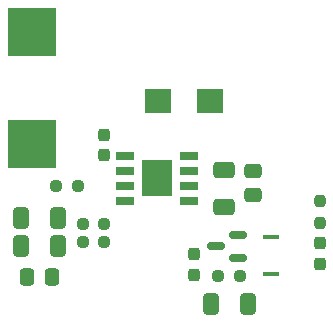
<source format=gbr>
%TF.GenerationSoftware,KiCad,Pcbnew,8.0.2*%
%TF.CreationDate,2024-05-06T11:08:46+09:00*%
%TF.ProjectId,5V-3A-BEC,35562d33-412d-4424-9543-2e6b69636164,0.1*%
%TF.SameCoordinates,Original*%
%TF.FileFunction,Paste,Top*%
%TF.FilePolarity,Positive*%
%FSLAX46Y46*%
G04 Gerber Fmt 4.6, Leading zero omitted, Abs format (unit mm)*
G04 Created by KiCad (PCBNEW 8.0.2) date 2024-05-06 11:08:46*
%MOMM*%
%LPD*%
G01*
G04 APERTURE LIST*
G04 Aperture macros list*
%AMRoundRect*
0 Rectangle with rounded corners*
0 $1 Rounding radius*
0 $2 $3 $4 $5 $6 $7 $8 $9 X,Y pos of 4 corners*
0 Add a 4 corners polygon primitive as box body*
4,1,4,$2,$3,$4,$5,$6,$7,$8,$9,$2,$3,0*
0 Add four circle primitives for the rounded corners*
1,1,$1+$1,$2,$3*
1,1,$1+$1,$4,$5*
1,1,$1+$1,$6,$7*
1,1,$1+$1,$8,$9*
0 Add four rect primitives between the rounded corners*
20,1,$1+$1,$2,$3,$4,$5,0*
20,1,$1+$1,$4,$5,$6,$7,0*
20,1,$1+$1,$6,$7,$8,$9,0*
20,1,$1+$1,$8,$9,$2,$3,0*%
G04 Aperture macros list end*
%ADD10R,2.200000X2.100000*%
%ADD11RoundRect,0.237500X0.237500X-0.300000X0.237500X0.300000X-0.237500X0.300000X-0.237500X-0.300000X0*%
%ADD12RoundRect,0.237500X-0.237500X0.287500X-0.237500X-0.287500X0.237500X-0.287500X0.237500X0.287500X0*%
%ADD13RoundRect,0.150000X0.587500X0.150000X-0.587500X0.150000X-0.587500X-0.150000X0.587500X-0.150000X0*%
%ADD14RoundRect,0.250000X-0.412500X-0.650000X0.412500X-0.650000X0.412500X0.650000X-0.412500X0.650000X0*%
%ADD15RoundRect,0.237500X0.250000X0.237500X-0.250000X0.237500X-0.250000X-0.237500X0.250000X-0.237500X0*%
%ADD16RoundRect,0.250000X0.475000X-0.337500X0.475000X0.337500X-0.475000X0.337500X-0.475000X-0.337500X0*%
%ADD17RoundRect,0.250000X0.412500X0.650000X-0.412500X0.650000X-0.412500X-0.650000X0.412500X-0.650000X0*%
%ADD18RoundRect,0.237500X-0.250000X-0.237500X0.250000X-0.237500X0.250000X0.237500X-0.250000X0.237500X0*%
%ADD19R,1.525000X0.650000*%
%ADD20R,2.600000X3.100000*%
%ADD21RoundRect,0.250000X0.337500X0.475000X-0.337500X0.475000X-0.337500X-0.475000X0.337500X-0.475000X0*%
%ADD22R,4.100000X4.100000*%
%ADD23RoundRect,0.237500X-0.237500X0.250000X-0.237500X-0.250000X0.237500X-0.250000X0.237500X0.250000X0*%
%ADD24RoundRect,0.250000X0.650000X-0.412500X0.650000X0.412500X-0.650000X0.412500X-0.650000X-0.412500X0*%
%ADD25R,1.450000X0.390000*%
G04 APERTURE END LIST*
D10*
%TO.C,D2*%
X126200000Y-111800000D03*
X121800000Y-111800000D03*
%TD*%
D11*
%TO.C,C8*%
X124862500Y-126550000D03*
X124862500Y-124825000D03*
%TD*%
D12*
%TO.C,D1*%
X135500000Y-123850000D03*
X135500000Y-125600000D03*
%TD*%
D13*
%TO.C,Q1*%
X128537500Y-125100000D03*
X128537500Y-123200000D03*
X126662500Y-124150000D03*
%TD*%
D11*
%TO.C,C1*%
X117170000Y-116400000D03*
X117170000Y-114675000D03*
%TD*%
D14*
%TO.C,C7*%
X126237500Y-129000000D03*
X129362500Y-129000000D03*
%TD*%
D15*
%TO.C,R5*%
X128712500Y-126650000D03*
X126887500Y-126650000D03*
%TD*%
D16*
%TO.C,C6*%
X129800000Y-119800000D03*
X129800000Y-117725000D03*
%TD*%
D17*
%TO.C,C3*%
X113312500Y-124150000D03*
X110187500Y-124150000D03*
%TD*%
%TO.C,C4*%
X113312500Y-121750000D03*
X110187500Y-121750000D03*
%TD*%
D18*
%TO.C,R1*%
X113175000Y-119000000D03*
X115000000Y-119000000D03*
%TD*%
%TO.C,R2*%
X115400000Y-123750000D03*
X117225000Y-123750000D03*
%TD*%
D19*
%TO.C,IC1*%
X118996000Y-116477500D03*
X118996000Y-117747500D03*
X118996000Y-119017500D03*
X118996000Y-120287500D03*
X124420000Y-120287500D03*
X124420000Y-119017500D03*
X124420000Y-117747500D03*
X124420000Y-116477500D03*
D20*
X121708000Y-118382500D03*
%TD*%
D18*
%TO.C,R3*%
X115400000Y-122250000D03*
X117225000Y-122250000D03*
%TD*%
D21*
%TO.C,C2*%
X112787500Y-126750000D03*
X110712500Y-126750000D03*
%TD*%
D22*
%TO.C,L1*%
X111120000Y-105987500D03*
X111120000Y-115487500D03*
%TD*%
D23*
%TO.C,R4*%
X135500000Y-120325000D03*
X135500000Y-122150000D03*
%TD*%
D24*
%TO.C,C5*%
X127400000Y-120800000D03*
X127400000Y-117675000D03*
%TD*%
D25*
%TO.C,Z1*%
X131362500Y-123390000D03*
X131362500Y-126500000D03*
%TD*%
M02*

</source>
